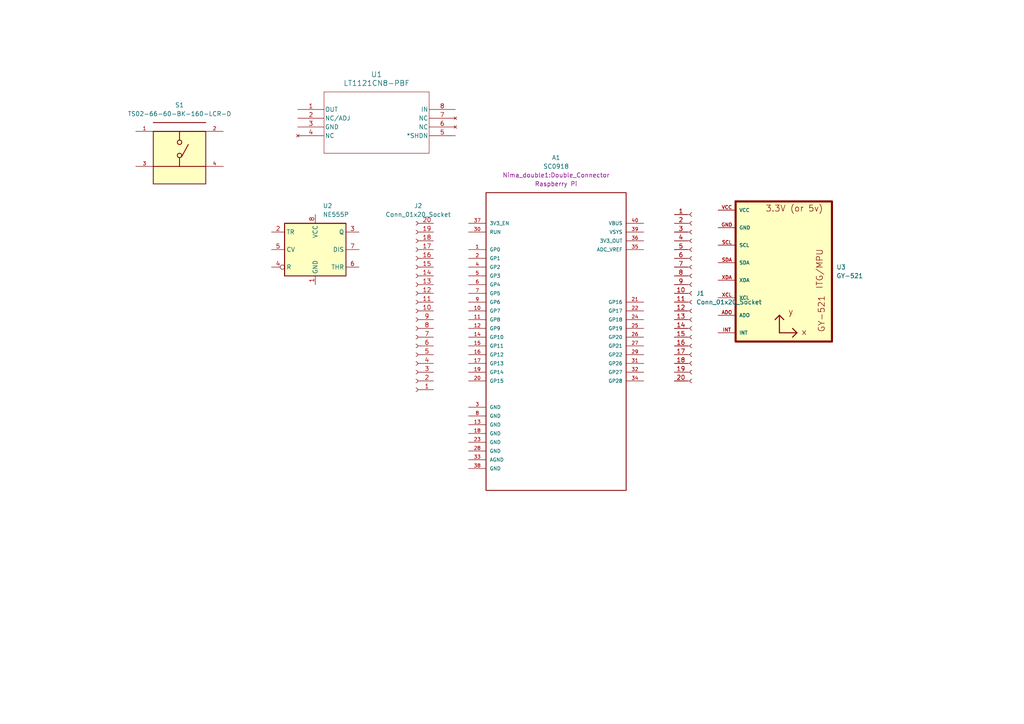
<source format=kicad_sch>
(kicad_sch (version 20230121) (generator eeschema)
  (paper "A4")
  (lib_symbols
    (symbol "Connector:Conn_01x20_Socket" (pin_names (offset 1.016) hide)
      (property "Reference" "J" (at 0 25.4 0))
      (property "Value" "Conn_01x20_Socket" (at 0 -27.94 0))
      (symbol "Conn_01x20_Socket_1_1"
        (arc (start 0 -24.892) (mid -0.5058 -25.4) (end 0 -25.908) (stroke (width 0.1524)))
        (arc (start 0 -22.352) (mid -0.5058 -22.86) (end 0 -23.368) (stroke (width 0.1524)))
        (arc (start 0 -19.812) (mid -0.5058 -20.32) (end 0 -20.828) (stroke (width 0.1524)))
        (arc (start 0 -17.272) (mid -0.5058 -17.78) (end 0 -18.288) (stroke (width 0.1524)))
        (arc (start 0 -14.732) (mid -0.5058 -15.24) (end 0 -15.748) (stroke (width 0.1524)))
        (arc (start 0 -12.192) (mid -0.5058 -12.7) (end 0 -13.208) (stroke (width 0.1524)))
        (arc (start 0 -9.652) (mid -0.5058 -10.16) (end 0 -10.668) (stroke (width 0.1524)))
        (arc (start 0 -7.112) (mid -0.5058 -7.62) (end 0 -8.128) (stroke (width 0.1524)))
        (arc (start 0 -4.572) (mid -0.5058 -5.08) (end 0 -5.588) (stroke (width 0.1524)))
        (arc (start 0 -2.032) (mid -0.5058 -2.54) (end 0 -3.048) (stroke (width 0.1524)))
        (polyline (pts (xy -1.27 -25.4) (xy -0.508 -25.4)) (stroke (width 0.1524)))
        (polyline (pts (xy -1.27 -22.86) (xy -0.508 -22.86)) (stroke (width 0.1524)))
        (polyline (pts (xy -1.27 -20.32) (xy -0.508 -20.32)) (stroke (width 0.1524)))
        (polyline (pts (xy -1.27 -17.78) (xy -0.508 -17.78)) (stroke (width 0.1524)))
        (polyline (pts (xy -1.27 -15.24) (xy -0.508 -15.24)) (stroke (width 0.1524)))
        (polyline (pts (xy -1.27 -12.7) (xy -0.508 -12.7)) (stroke (width 0.1524)))
        (polyline (pts (xy -1.27 -10.16) (xy -0.508 -10.16)) (stroke (width 0.1524)))
        (polyline (pts (xy -1.27 -7.62) (xy -0.508 -7.62)) (stroke (width 0.1524)))
        (polyline (pts (xy -1.27 -5.08) (xy -0.508 -5.08)) (stroke (width 0.1524)))
        (polyline (pts (xy -1.27 -2.54) (xy -0.508 -2.54)) (stroke (width 0.1524)))
        (polyline (pts (xy -1.27 0) (xy -0.508 0)) (stroke (width 0.1524)))
        (polyline (pts (xy -1.27 2.54) (xy -0.508 2.54)) (stroke (width 0.1524)))
        (polyline (pts (xy -1.27 5.08) (xy -0.508 5.08)) (stroke (width 0.1524)))
        (polyline (pts (xy -1.27 7.62) (xy -0.508 7.62)) (stroke (width 0.1524)))
        (polyline (pts (xy -1.27 10.16) (xy -0.508 10.16)) (stroke (width 0.1524)))
        (polyline (pts (xy -1.27 12.7) (xy -0.508 12.7)) (stroke (width 0.1524)))
        (polyline (pts (xy -1.27 15.24) (xy -0.508 15.24)) (stroke (width 0.1524)))
        (polyline (pts (xy -1.27 17.78) (xy -0.508 17.78)) (stroke (width 0.1524)))
        (polyline (pts (xy -1.27 20.32) (xy -0.508 20.32)) (stroke (width 0.1524)))
        (polyline (pts (xy -1.27 22.86) (xy -0.508 22.86)) (stroke (width 0.1524)))
        (arc (start 0 0.508) (mid -0.5058 0) (end 0 -0.508) (stroke (width 0.1524)))
        (arc (start 0 3.048) (mid -0.5058 2.54) (end 0 2.032) (stroke (width 0.1524)))
        (arc (start 0 5.588) (mid -0.5058 5.08) (end 0 4.572) (stroke (width 0.1524)))
        (arc (start 0 8.128) (mid -0.5058 7.62) (end 0 7.112) (stroke (width 0.1524)))
        (arc (start 0 10.668) (mid -0.5058 10.16) (end 0 9.652) (stroke (width 0.1524)))
        (arc (start 0 13.208) (mid -0.5058 12.7) (end 0 12.192) (stroke (width 0.1524)))
        (arc (start 0 15.748) (mid -0.5058 15.24) (end 0 14.732) (stroke (width 0.1524)))
        (arc (start 0 18.288) (mid -0.5058 17.78) (end 0 17.272) (stroke (width 0.1524)))
        (arc (start 0 20.828) (mid -0.5058 20.32) (end 0 19.812) (stroke (width 0.1524)))
        (arc (start 0 23.368) (mid -0.5058 22.86) (end 0 22.352) (stroke (width 0.1524)))
        (pin passive line (at -5.08 22.86 0) (length 3.81) (name "Pin_1") (number "1"))
        (pin passive line (at -5.08 0 0) (length 3.81) (name "Pin_10") (number "10"))
        (pin passive line (at -5.08 -2.54 0) (length 3.81) (name "Pin_11") (number "11"))
        (pin passive line (at -5.08 -5.08 0) (length 3.81) (name "Pin_12") (number "12"))
        (pin passive line (at -5.08 -7.62 0) (length 3.81) (name "Pin_13") (number "13"))
        (pin passive line (at -5.08 -10.16 0) (length 3.81) (name "Pin_14") (number "14"))
        (pin passive line (at -5.08 -12.7 0) (length 3.81) (name "Pin_15") (number "15"))
        (pin passive line (at -5.08 -15.24 0) (length 3.81) (name "Pin_16") (number "16"))
        (pin passive line (at -5.08 -17.78 0) (length 3.81) (name "Pin_17") (number "17"))
        (pin passive line (at -5.08 -20.32 0) (length 3.81) (name "Pin_18") (number "18"))
        (pin passive line (at -5.08 -22.86 0) (length 3.81) (name "Pin_19") (number "19"))
        (pin passive line (at -5.08 20.32 0) (length 3.81) (name "Pin_2") (number "2"))
        (pin passive line (at -5.08 -25.4 0) (length 3.81) (name "Pin_20") (number "20"))
        (pin passive line (at -5.08 17.78 0) (length 3.81) (name "Pin_3") (number "3"))
        (pin passive line (at -5.08 15.24 0) (length 3.81) (name "Pin_4") (number "4"))
        (pin passive line (at -5.08 12.7 0) (length 3.81) (name "Pin_5") (number "5"))
        (pin passive line (at -5.08 10.16 0) (length 3.81) (name "Pin_6") (number "6"))
        (pin passive line (at -5.08 7.62 0) (length 3.81) (name "Pin_7") (number "7"))
        (pin passive line (at -5.08 5.08 0) (length 3.81) (name "Pin_8") (number "8"))
        (pin passive line (at -5.08 2.54 0) (length 3.81) (name "Pin_9") (number "9"))
      )
    )
    (symbol "GY-521:GY-521" (pin_names (offset 1.016))
      (property "Reference" "U" (at 0 0 0))
      (property "Value" "GY-521" (at 0 0 0))
      (symbol "GY-521_0_0"
        (rectangle (start -10.16 -22.86) (end 17.78 17.78) (stroke (width 0.6096)) (fill (type background)))
        (polyline (pts (xy 2.54 -20.32) (xy 2.54 -15.24)) (stroke (width 0.3048)))
        (polyline (pts (xy 2.54 -20.32) (xy 7.62 -20.32)) (stroke (width 0.3048)))
        (polyline (pts (xy 2.54 -15.24) (xy 1.27 -16.51)) (stroke (width 0.3048)))
        (polyline (pts (xy 2.54 -15.24) (xy 3.81 -16.51)) (stroke (width 0.3048)))
        (polyline (pts (xy 7.62 -20.32) (xy 6.35 -21.59)) (stroke (width 0.3048)))
        (polyline (pts (xy 7.62 -20.32) (xy 6.35 -19.05)) (stroke (width 0.3048)))
        (text "3.3V (or 5v)" (at -1.524 14.732 0) (effects (font (size 1.778 1.778)) (justify left bottom)))
        (text "GY-521" (at 13.716 -9.398 900) (effects (font (size 1.778 1.778)) (justify right top)))
        (text "ITG/MPU" (at 15.24 -7.62 900) (effects (font (size 1.778 1.778)) (justify left bottom)))
        (text "x" (at 8.89 -21.082 0) (effects (font (size 1.778 1.778)) (justify left bottom)))
        (text "y" (at 5.08 -15.24 0) (effects (font (size 1.778 1.778)) (justify left bottom)))
        (pin bidirectional line (at -15.24 -15.24 0) (length 5.08) (name "ADO") (number "ADO"))
        (pin bidirectional line (at -15.24 10.16 0) (length 5.08) (name "GND") (number "GND"))
        (pin bidirectional line (at -15.24 -20.32 0) (length 5.08) (name "INT") (number "INT"))
        (pin bidirectional line (at -15.24 5.08 0) (length 5.08) (name "SCL") (number "SCL"))
        (pin bidirectional line (at -15.24 0 0) (length 5.08) (name "SDA") (number "SDA"))
        (pin bidirectional line (at -15.24 15.24 0) (length 5.08) (name "VCC") (number "VCC"))
        (pin bidirectional line (at -15.24 -10.16 0) (length 5.08) (name "XCL") (number "XCL"))
        (pin bidirectional line (at -15.24 -5.08 0) (length 5.08) (name "XDA") (number "XDA"))
      )
    )
    (symbol "LT1121CN8_PBF:LT1121CN8-PBF" (pin_names (offset 0.254))
      (property "Reference" "U" (at 22.86 10.16 0))
      (property "Value" "LT1121CN8-PBF" (at 22.86 7.62 0))
      (symbol "LT1121CN8-PBF_0_1"
        (polyline (pts (xy 7.62 -12.7) (xy 38.1 -12.7)) (stroke (width 0.127)))
        (polyline (pts (xy 7.62 5.08) (xy 7.62 -12.7)) (stroke (width 0.127)))
        (polyline (pts (xy 38.1 -12.7) (xy 38.1 5.08)) (stroke (width 0.127)))
        (polyline (pts (xy 38.1 5.08) (xy 7.62 5.08)) (stroke (width 0.127)))
        (pin output line (at 0 0 0) (length 7.62) (name "OUT") (number "1"))
        (pin bidirectional line (at 0 -2.54 0) (length 7.62) (name "NC/ADJ") (number "2"))
        (pin power_in line (at 0 -5.08 0) (length 7.62) (name "GND") (number "3"))
        (pin no_connect line (at 0 -7.62 0) (length 7.62) (name "NC") (number "4"))
        (pin unspecified line (at 45.72 -7.62 180) (length 7.62) (name "*SHDN") (number "5"))
        (pin no_connect line (at 45.72 -5.08 180) (length 7.62) (name "NC") (number "6"))
        (pin no_connect line (at 45.72 -2.54 180) (length 7.62) (name "NC") (number "7"))
        (pin input line (at 45.72 0 180) (length 7.62) (name "IN") (number "8"))
      )
    )
    (symbol "Raspberry_Pi_Pico_W_Kicad_Files:SC0918" (pin_names (offset 1.016))
      (property "Reference" "A1" (at 0 53.34 0))
      (property "Value" "SC0918" (at 0 50.8 0))
      (property "Footprint" "Connector_PinSocket_1.00mm:PinSocket_1x20_P1.00mm_Vertical" (at 0 48.26 0))
      (property "manufacturer" "Raspberry Pi" (at 0 45.72 0))
      (symbol "SC0918_0_0"
        (rectangle (start -20.32 -43.18) (end 20.32 43.18) (stroke (width 0.254)))
        (pin bidirectional line (at -25.4 26.67 0) (length 5.08) (name "GP0") (number "1"))
        (pin bidirectional line (at -25.4 8.89 0) (length 5.08) (name "GP7") (number "10"))
        (pin bidirectional line (at -25.4 6.35 0) (length 5.08) (name "GP8") (number "11"))
        (pin bidirectional line (at -25.4 3.81 0) (length 5.08) (name "GP9") (number "12"))
        (pin power_in line (at -25.4 -24.13 0) (length 5.08) (name "GND") (number "13"))
        (pin bidirectional line (at -25.4 1.27 0) (length 5.08) (name "GP10") (number "14"))
        (pin bidirectional line (at -25.4 -1.27 0) (length 5.08) (name "GP11") (number "15"))
        (pin bidirectional line (at -25.4 -3.81 0) (length 5.08) (name "GP12") (number "16"))
        (pin bidirectional line (at -25.4 -6.35 0) (length 5.08) (name "GP13") (number "17"))
        (pin power_in line (at -25.4 -26.67 0) (length 5.08) (name "GND") (number "18"))
        (pin bidirectional line (at -25.4 -8.89 0) (length 5.08) (name "GP14") (number "19"))
        (pin bidirectional line (at -25.4 24.13 0) (length 5.08) (name "GP1") (number "2"))
        (pin bidirectional line (at -25.4 -11.43 0) (length 5.08) (name "GP15") (number "20"))
        (pin bidirectional line (at 25.4 11.43 180) (length 5.08) (name "GP16") (number "21"))
        (pin bidirectional line (at 25.4 8.89 180) (length 5.08) (name "GP17") (number "22"))
        (pin power_in line (at -25.4 -29.21 0) (length 5.08) (name "GND") (number "23"))
        (pin bidirectional line (at 25.4 6.35 180) (length 5.08) (name "GP18") (number "24"))
        (pin bidirectional line (at 25.4 3.81 180) (length 5.08) (name "GP19") (number "25"))
        (pin bidirectional line (at 25.4 1.27 180) (length 5.08) (name "GP20") (number "26"))
        (pin bidirectional line (at 25.4 -1.27 180) (length 5.08) (name "GP21") (number "27"))
        (pin power_in line (at -25.4 -31.75 0) (length 5.08) (name "GND") (number "28"))
        (pin bidirectional line (at 25.4 -3.81 180) (length 5.08) (name "GP22") (number "29"))
        (pin power_in line (at -25.4 -19.05 0) (length 5.08) (name "GND") (number "3"))
        (pin input line (at -25.4 31.75 0) (length 5.08) (name "RUN") (number "30"))
        (pin bidirectional line (at 25.4 -6.35 180) (length 5.08) (name "GP26") (number "31"))
        (pin bidirectional line (at 25.4 -8.89 180) (length 5.08) (name "GP27") (number "32"))
        (pin power_in line (at -25.4 -34.29 0) (length 5.08) (name "AGND") (number "33"))
        (pin bidirectional line (at 25.4 -11.43 180) (length 5.08) (name "GP28") (number "34"))
        (pin power_in line (at 25.4 26.67 180) (length 5.08) (name "ADC_VREF") (number "35"))
        (pin power_in line (at 25.4 29.21 180) (length 5.08) (name "3V3_OUT") (number "36"))
        (pin input line (at -25.4 34.29 0) (length 5.08) (name "3V3_EN") (number "37"))
        (pin power_in line (at -25.4 -36.83 0) (length 5.08) (name "GND") (number "38"))
        (pin free line (at 25.4 31.75 180) (length 5.08) (name "VSYS") (number "39"))
        (pin bidirectional line (at -25.4 21.59 0) (length 5.08) (name "GP2") (number "4"))
        (pin free line (at 25.4 34.29 180) (length 5.08) (name "VBUS") (number "40"))
        (pin bidirectional line (at -25.4 19.05 0) (length 5.08) (name "GP3") (number "5"))
        (pin bidirectional line (at -25.4 16.51 0) (length 5.08) (name "GP4") (number "6"))
        (pin bidirectional line (at -25.4 13.97 0) (length 5.08) (name "GP5") (number "7"))
        (pin power_in line (at -25.4 -21.59 0) (length 5.08) (name "GND") (number "8"))
        (pin bidirectional line (at -25.4 11.43 0) (length 5.08) (name "GP6") (number "9"))
      )
    )
    (symbol "TS02-66-60-BK-100-LCR-D:TS02-66-60-BK-160-LCR-D" (pin_names (offset 1.016) hide)
      (property "Reference" "S" (at -7.62 8.382 0))
      (property "Value" "TS02-66-60-BK-160-LCR-D" (at -7.62 -8.382 0))
      (symbol "TS02-66-60-BK-160-LCR-D_0_0"
        (rectangle (start -7.62 -10.16) (end 7.62 5.08) (stroke (width 0.254)) (fill (type background)))
        (circle (center 0 -1.905) (radius 0.635) (stroke (width 0.254)))
        (polyline (pts (xy 0 -2.54) (xy 0 -5.08)) (stroke (width 0.254)))
        (polyline (pts (xy 0 5.08) (xy 0 2.54)) (stroke (width 0.254)))
        (polyline (pts (xy 0.635 -2.2352) (xy 2.54 1.27)) (stroke (width 0.254)))
        (polyline (pts (xy 7.62 -5.08) (xy -7.62 -5.08)) (stroke (width 0.254)))
        (polyline (pts (xy 7.62 5.08) (xy -7.62 5.08)) (stroke (width 0.254)))
        (polyline (pts (xy 7.62 7.62) (xy -7.62 7.62)) (stroke (width 0.254)))
        (circle (center 0 1.905) (radius 0.635) (stroke (width 0.254)))
        (pin passive line (at -12.7 5.08 0) (length 5.08) (name "~") (number "1"))
        (pin passive line (at 12.7 5.08 180) (length 5.08) (name "~") (number "2"))
        (pin passive line (at -12.7 -5.08 0) (length 5.08) (name "~") (number "3"))
        (pin passive line (at 12.7 -5.08 180) (length 5.08) (name "~") (number "4"))
      )
    )
    (symbol "Timer:NE555P"
      (property "Reference" "U" (at -10.16 8.89 0))
      (property "Value" "NE555P" (at 2.54 8.89 0))
      (symbol "NE555P_0_0"
        (pin power_in line (at 0 -10.16 90) (length 2.54) (name "GND") (number "1"))
        (pin power_in line (at 0 10.16 270) (length 2.54) (name "VCC") (number "8"))
      )
      (symbol "NE555P_0_1"
        (rectangle (start -8.89 -7.62) (end 8.89 7.62) (stroke (width 0.254)) (fill (type background)))
        (rectangle (start -8.89 -7.62) (end 8.89 7.62) (stroke (width 0.254)) (fill (type background)))
      )
      (symbol "NE555P_1_1"
        (pin input line (at -12.7 5.08 0) (length 3.81) (name "TR") (number "2"))
        (pin output line (at 12.7 5.08 180) (length 3.81) (name "Q") (number "3"))
        (pin input inverted (at -12.7 -5.08 0) (length 3.81) (name "R") (number "4"))
        (pin input line (at -12.7 0 0) (length 3.81) (name "CV") (number "5"))
        (pin input line (at 12.7 -5.08 180) (length 3.81) (name "THR") (number "6"))
        (pin input line (at 12.7 0 180) (length 3.81) (name "DIS") (number "7"))
      )
    )
  )
  (symbol (lib_id "Timer:NE555P") (at 91.44 72.39 0) (unit 1)
    (property "Reference" "U2" (at 93.6341 59.69 0) (effects (justify left)))
    (property "Value" "NE555P" (at 93.6341 62.23 0) (effects (justify left)))
    (property "Footprint" "Package_DIP:DIP-8_W7.62mm" (effects hide))
    (property "Datasheet" "http://www.ti.com/lit/ds/symlink/ne555.pdf" (effects hide))
  )
  (symbol (lib_id "Connector:Conn_01x20_Socket") (at 200.66 85.09 0) (unit 1)
    (property "Reference" "J1" (at 201.93 85.09 0) (effects (justify left)))
    (property "Value" "Conn_01x20_Socket" (at 201.93 87.63 0) (effects (justify left)))
    (property "Footprint" "Connector_PinSocket_1.00mm:PinSocket_1x20_P1.00mm_Vertical" (effects hide))
  )
  (symbol (lib_id "GY-521:GY-521") (at 223.52 76.2 0) (unit 1)
    (property "Reference" "U3" (at 242.57 77.47 0) (effects (justify left)))
    (property "Value" "GY-521" (at 242.57 80.01 0) (effects (justify left)))
    (property "Footprint" "GY-521:GY-521" (effects hide))
    (property "MF" "GODREAM FORDREAM CO., LIMITED" (effects hide))
    (property "Description" "\nTriple Axis Accelerometer Gyro Breakout\n" (effects hide))
    (property "Package" "Package" (effects hide))
    (property "Price" "None" (effects hide))
    (property "SnapEDA_Link" "https://www.snapeda.com/parts/GY-521/GODREAM+FORDREAM+CO.%252C+LIMITED/view-part/?ref=snap" (effects hide))
    (property "MP" "GY-521" (effects hide))
    (property "Availability" "Not in stock" (effects hide))
    (property "Check_prices" "https://www.snapeda.com/parts/GY-521/GODREAM+FORDREAM+CO.%252C+LIMITED/view-part/?ref=eda" (effects hide))
  )
  (symbol (lib_id "TS02-66-60-BK-100-LCR-D:TS02-66-60-BK-160-LCR-D") (at 52.07 43.18 0) (unit 1)
    (property "Reference" "S1" (at 52.07 30.48 0))
    (property "Value" "TS02-66-60-BK-160-LCR-D" (at 52.07 33.02 0))
    (property "Footprint" "TS02-66-60-BK-100-LCR-D:SW_TS02-66-60-BK-160-LCR-D" (effects hide))
    (property "PARTREV" "1.0" (effects hide))
    (property "MANUFACTURER" "CUI Devices" (effects hide))
    (property "STANDARD" "Manufacturer Recommendations" (effects hide))
  )
  (symbol (lib_id "LT1121CN8_PBF:LT1121CN8-PBF") (at 86.36 31.75 0) (unit 1)
    (property "Reference" "U1" (at 109.22 21.59 0) (effects (font (size 1.524 1.524))))
    (property "Value" "LT1121CN8-PBF" (at 109.22 24.13 0) (effects (font (size 1.524 1.524))))
    (property "Footprint" "Package_DIP:DIP-8_W7.62mm" (effects hide))
    (property "Datasheet" "LT1121CN8-PBF" (effects hide))
  )
  (symbol (lib_id "Raspberry_Pi_Pico_W_Kicad_Files:SC0918") (at 161.29 99.06 0) (unit 1)
    (property "Reference" "A1" (at 161.29 45.72 0))
    (property "Value" "SC0918" (at 161.29 48.26 0))
    (property "Footprint" "Nima_double1:Double_Connector" (at 161.29 50.8 0))
    (property "Datasheet" "https://datasheets.raspberrypi.com/picow/pico-w-datasheet.pdf" (effects hide))
    (property "manufacturer" "Raspberry Pi" (at 161.29 53.34 0))
    (property "P/N" "SC0918" (effects hide))
    (property "PARTREV" "1.6" (effects hide))
    (property "MAXIMUM_PACKAGE_HEIGHT" "3.73mm" (effects hide))
  )
  (symbol (lib_id "Connector:Conn_01x20_Socket") (at 120.65 90.17 180) (unit 1)
    (property "Reference" "J2" (at 121.285 59.69 0))
    (property "Value" "Conn_01x20_Socket" (at 121.285 62.23 0))
    (property "Footprint" "Connector_PinSocket_1.00mm:PinSocket_1x20_P1.00mm_Vertical" (effects hide))
  )
)
</source>
